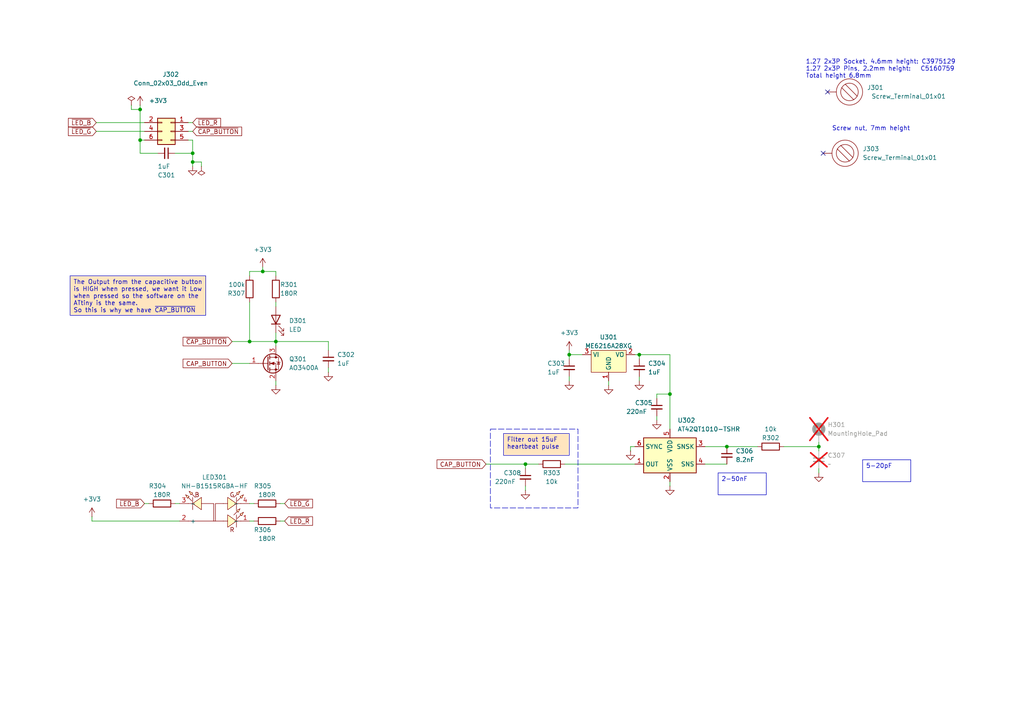
<source format=kicad_sch>
(kicad_sch (version 20231120) (generator "eeschema") (generator_version "8.0")
  (paper "A4")
  (lib_symbols
    (symbol "Connector_Generic:Conn_02x03_Odd_Even" (pin_names (offset 1.016) hide)
      (property "Reference" "J" (at 1.27 5.08 0))
      (property "Value" "Conn_02x03_Odd_Even" (at 1.27 -5.08 0))
      (symbol "Conn_02x03_Odd_Even_1_1"
        (rectangle (start -1.27 -2.413) (end 0 -2.667) (stroke (width 0.1524)))
        (rectangle (start -1.27 0.127) (end 0 -0.127) (stroke (width 0.1524)))
        (rectangle (start -1.27 2.667) (end 0 2.413) (stroke (width 0.1524)))
        (rectangle (start -1.27 3.81) (end 3.81 -3.81) (stroke (width 0.254)) (fill (type background)))
        (rectangle (start 3.81 -2.413) (end 2.54 -2.667) (stroke (width 0.1524)))
        (rectangle (start 3.81 0.127) (end 2.54 -0.127) (stroke (width 0.1524)))
        (rectangle (start 3.81 2.667) (end 2.54 2.413) (stroke (width 0.1524)))
        (pin passive line (at -5.08 2.54 0) (length 3.81) (name "Pin_1") (number "1"))
        (pin passive line (at 7.62 2.54 180) (length 3.81) (name "Pin_2") (number "2"))
        (pin passive line (at -5.08 0 0) (length 3.81) (name "Pin_3") (number "3"))
        (pin passive line (at 7.62 0 180) (length 3.81) (name "Pin_4") (number "4"))
        (pin passive line (at -5.08 -2.54 0) (length 3.81) (name "Pin_5") (number "5"))
        (pin passive line (at 7.62 -2.54 180) (length 3.81) (name "Pin_6") (number "6"))
      )
    )
    (symbol "Device:C_Small" (pin_numbers hide) (pin_names (offset 0.254) hide)
      (property "Reference" "C" (at 0.254 1.778 0))
      (property "Value" "C_Small" (at 0.254 -2.032 0))
      (symbol "C_Small_0_1"
        (polyline (pts (xy -1.524 -0.508) (xy 1.524 -0.508)) (stroke (width 0.3302)))
        (polyline (pts (xy -1.524 0.508) (xy 1.524 0.508)) (stroke (width 0.3048)))
      )
      (symbol "C_Small_1_1"
        (pin passive line (at 0 2.54 270) (length 2.032) (name "~") (number "1"))
        (pin passive line (at 0 -2.54 90) (length 2.032) (name "~") (number "2"))
      )
    )
    (symbol "Device:LED" (pin_numbers hide) (pin_names (offset 1.016) hide)
      (property "Reference" "D" (at 0 2.54 0))
      (property "Value" "LED" (at 0 -2.54 0))
      (symbol "LED_0_1"
        (polyline (pts (xy -1.27 -1.27) (xy -1.27 1.27)) (stroke (width 0.254)))
        (polyline (pts (xy -1.27 0) (xy 1.27 0)))
        (polyline (pts (xy 1.27 -1.27) (xy 1.27 1.27) (xy -1.27 0) (xy 1.27 -1.27)) (stroke (width 0.254)))
        (polyline (pts (xy -3.048 -0.762) (xy -4.572 -2.286) (xy -3.81 -2.286) (xy -4.572 -2.286) (xy -4.572 -1.524)))
        (polyline (pts (xy -1.778 -0.762) (xy -3.302 -2.286) (xy -2.54 -2.286) (xy -3.302 -2.286) (xy -3.302 -1.524)))
      )
      (symbol "LED_1_1"
        (pin passive line (at -3.81 0 0) (length 2.54) (name "K") (number "1"))
        (pin passive line (at 3.81 0 180) (length 2.54) (name "A") (number "2"))
      )
    )
    (symbol "Device:R" (pin_numbers hide) (pin_names (offset 0))
      (property "Reference" "R" (at 2.032 0 90))
      (property "Value" "R" (at 0 0 90))
      (symbol "R_0_1"
        (rectangle (start -1.016 -2.54) (end 1.016 2.54) (stroke (width 0.254)))
      )
      (symbol "R_1_1"
        (pin passive line (at 0 3.81 270) (length 1.27) (name "~") (number "1"))
        (pin passive line (at 0 -3.81 90) (length 1.27) (name "~") (number "2"))
      )
    )
    (symbol "Mechanical:MountingHole_Pad" (pin_numbers hide) (pin_names (offset 1.016) hide) (exclude_from_sim yes) (in_bom no)
      (property "Reference" "H" (at 0 6.35 0))
      (property "Value" "MountingHole_Pad" (at 0 4.445 0))
      (symbol "MountingHole_Pad_0_1"
        (circle (center 0 1.27) (radius 1.27) (stroke (width 1.27)))
      )
      (symbol "MountingHole_Pad_1_1"
        (pin input line (at 0 -2.54 90) (length 2.54) (name "1") (number "1"))
      )
    )
    (symbol "Sensor_Touch:AT42QT1010-TSHR"
      (property "Reference" "U" (at -2.54 8.255 0))
      (property "Value" "AT42QT1010-TSHR" (at -2.54 6.35 0))
      (symbol "AT42QT1010-TSHR_0_1"
        (rectangle (start -7.62 5.08) (end 7.62 -5.08) (stroke (width 0.254)) (fill (type background)))
      )
      (symbol "AT42QT1010-TSHR_1_1"
        (pin output line (at -10.16 -2.54 0) (length 2.54) (name "OUT") (number "1"))
        (pin power_in line (at 0 -7.62 90) (length 2.54) (name "VSS") (number "2"))
        (pin passive line (at 10.16 2.54 180) (length 2.54) (name "SNSK") (number "3"))
        (pin passive line (at 10.16 -2.54 180) (length 2.54) (name "SNS") (number "4"))
        (pin power_in line (at 0 7.62 270) (length 2.54) (name "VDD") (number "5"))
        (pin input line (at -10.16 2.54 0) (length 2.54) (name "SYNC") (number "6"))
      )
    )
    (symbol "Transistor_FET:AO3400A" (pin_names hide)
      (property "Reference" "Q" (at 5.08 1.905 0))
      (property "Value" "AO3400A" (at 5.08 0 0))
      (symbol "AO3400A_0_1"
        (polyline (pts (xy 0.254 0) (xy -2.54 0)))
        (polyline (pts (xy 0.254 1.905) (xy 0.254 -1.905)) (stroke (width 0.254)))
        (polyline (pts (xy 0.762 -1.27) (xy 0.762 -2.286)) (stroke (width 0.254)))
        (polyline (pts (xy 0.762 0.508) (xy 0.762 -0.508)) (stroke (width 0.254)))
        (polyline (pts (xy 0.762 2.286) (xy 0.762 1.27)) (stroke (width 0.254)))
        (polyline (pts (xy 2.54 2.54) (xy 2.54 1.778)))
        (polyline (pts (xy 2.54 -2.54) (xy 2.54 0) (xy 0.762 0)))
        (polyline (pts (xy 0.762 -1.778) (xy 3.302 -1.778) (xy 3.302 1.778) (xy 0.762 1.778)))
        (polyline (pts (xy 1.016 0) (xy 2.032 0.381) (xy 2.032 -0.381) (xy 1.016 0)) (fill (type outline)))
        (polyline (pts (xy 2.794 0.508) (xy 2.921 0.381) (xy 3.683 0.381) (xy 3.81 0.254)))
        (polyline (pts (xy 3.302 0.381) (xy 2.921 -0.254) (xy 3.683 -0.254) (xy 3.302 0.381)))
        (circle (center 1.651 0) (radius 2.794) (stroke (width 0.254)))
        (circle (center 2.54 -1.778) (radius 0.254) (fill (type outline)))
        (circle (center 2.54 1.778) (radius 0.254) (fill (type outline)))
      )
      (symbol "AO3400A_1_1"
        (pin input line (at -5.08 0 0) (length 2.54) (name "G") (number "1"))
        (pin passive line (at 2.54 -5.08 90) (length 2.54) (name "S") (number "2"))
        (pin passive line (at 2.54 5.08 270) (length 2.54) (name "D") (number "3"))
      )
    )
    (symbol "cacophony-library:ME6216A28XG"
      (property "Reference" "U" (at 0 7.62 0))
      (property "Value" "ME6216A28XG" (at 0 5.08 0))
      (symbol "ME6216A28XG_0_1"
        (rectangle (start -5.08 2.54) (end 5.08 -3.81) (fill (type background)))
      )
      (symbol "ME6216A28XG_1_1"
        (pin power_in line (at 0 -6.35 90) (length 2.54) (name "GND") (number "1"))
        (pin power_out line (at 7.62 1.27 180) (length 2.54) (name "VO") (number "2"))
        (pin power_in line (at -7.62 1.27 0) (length 2.54) (name "VI") (number "3"))
      )
    )
    (symbol "cacophony-library:NH-B1515RGBA-HF"
      (property "Reference" "LED" (at 0 7.62 0))
      (property "Value" "NH-B1515RGBA-HF" (at 0 -7.62 0))
      (symbol "NH-B1515RGBA-HF_0_1"
        (polyline (pts (xy -6.35 2.54) (xy -7.62 2.54)))
        (polyline (pts (xy -6.35 4.32) (xy -6.35 0.76)))
        (polyline (pts (xy 2.54 -2.54) (xy -7.62 -2.54)))
        (polyline (pts (xy 2.54 -2.54) (xy 3.81 -2.54)))
        (polyline (pts (xy 2.54 2.54) (xy 3.81 2.54)))
        (polyline (pts (xy 6.35 -2.54) (xy 7.62 -2.54)))
        (polyline (pts (xy 6.35 -0.76) (xy 6.35 -4.32)))
        (polyline (pts (xy 6.35 2.54) (xy 7.62 2.54)))
        (polyline (pts (xy 6.35 4.32) (xy 6.35 0.76)))
        (polyline (pts (xy -6.6 3.3) (xy -7.62 4.32) (xy -6.6 3.3)) (fill (type background)))
        (polyline (pts (xy -5.59 4.32) (xy -6.6 5.33) (xy -5.59 4.32)) (fill (type background)))
        (polyline (pts (xy -0.25 -2.54) (xy -0.25 2.54) (xy -3.81 2.54)))
        (polyline (pts (xy 0.25 -2.54) (xy 0.25 2.54) (xy 2.54 2.54)))
        (polyline (pts (xy 5.59 -0.76) (xy 6.6 0.25) (xy 5.59 -0.76)) (fill (type background)))
        (polyline (pts (xy 5.59 4.32) (xy 6.6 5.33) (xy 5.59 4.32)) (fill (type background)))
        (polyline (pts (xy 6.6 -1.78) (xy 7.62 -0.76) (xy 6.6 -1.78)) (fill (type background)))
        (polyline (pts (xy 6.6 3.3) (xy 7.62 4.32) (xy 6.6 3.3)) (fill (type background)))
        (polyline (pts (xy -8.38 5.08) (xy -7.37 4.57) (xy -7.87 4.06) (xy -8.38 5.08)) (fill (type background)))
        (polyline (pts (xy -7.37 6.1) (xy -6.35 5.59) (xy -6.86 5.08) (xy -7.37 6.1)) (fill (type background)))
        (polyline (pts (xy -3.81 4.32) (xy -6.35 2.54) (xy -3.81 0.76) (xy -3.81 4.32)) (fill (type background)))
        (polyline (pts (xy 3.81 -0.76) (xy 6.35 -2.54) (xy 3.81 -4.32) (xy 3.81 -0.76)) (fill (type background)))
        (polyline (pts (xy 3.81 4.32) (xy 6.35 2.54) (xy 3.81 0.76) (xy 3.81 4.32)) (fill (type background)))
        (polyline (pts (xy 7.37 1.02) (xy 6.35 0.51) (xy 6.86 0) (xy 7.37 1.02)) (fill (type background)))
        (polyline (pts (xy 7.37 6.1) (xy 6.35 5.59) (xy 6.86 5.08) (xy 7.37 6.1)) (fill (type background)))
        (polyline (pts (xy 8.38 0) (xy 7.37 -0.51) (xy 7.87 -1.02) (xy 8.38 0)) (fill (type background)))
        (polyline (pts (xy 8.38 5.08) (xy 7.37 4.57) (xy 7.87 4.06) (xy 8.38 5.08)) (fill (type background)))
        (pin unspecified line (at 10.16 -2.54 180) (length 2.54) (name "-") (number "1"))
        (pin unspecified line (at -10.16 -2.54 0) (length 2.54) (name "+") (number "2"))
        (pin unspecified line (at -10.16 2.54 0) (length 2.54) (name "-") (number "3"))
        (pin unspecified line (at 10.16 2.54 180) (length 2.54) (name "-") (number "4"))
      )
      (symbol "NH-B1515RGBA-HF_1_1"
        (text "B" (at -5.08 5.08 0) (effects (font (size 1.27 1.27))))
        (text "G" (at 5.08 5.08 0) (effects (font (size 1.27 1.27))))
        (text "R" (at 5.08 -5.08 0) (effects (font (size 1.27 1.27))))
      )
    )
    (symbol "cacophony-library:SMD_NUT" (pin_numbers hide) (pin_names hide)
      (property "Reference" "U" (at 0 0 0))
      (symbol "SMD_NUT_0_1"
        (polyline (pts (xy -2.286 1.27) (xy 1.27 -2.286)))
        (polyline (pts (xy 2.286 -1.27) (xy -1.27 2.286)))
        (circle (center 0 0) (radius 2.54))
        (circle (center 0 0) (radius 3.81))
      )
      (symbol "SMD_NUT_1_1"
        (pin passive line (at -6.35 0 0) (length 2.54) (name "") (number "1"))
      )
    )
    (symbol "power:+3V3" (power) (pin_numbers hide) (pin_names (offset 0) hide)
      (property "Value" "+3V3" (at 0 3.556 0))
      (symbol "+3V3_0_1"
        (polyline (pts (xy -0.762 1.27) (xy 0 2.54)))
        (polyline (pts (xy 0 0) (xy 0 2.54)))
        (polyline (pts (xy 0 2.54) (xy 0.762 1.27)))
      )
      (symbol "+3V3_1_1"
        (pin power_in line (at 0 0 90) (length 0) (name "~") (number "1"))
      )
    )
    (symbol "power:GND" (power) (pin_numbers hide) (pin_names (offset 0) hide)
      (property "Value" "GND" (at 0 -3.81 0))
      (symbol "GND_0_1"
        (polyline (pts (xy 0 0) (xy 0 -1.27) (xy 1.27 -1.27) (xy 0 -2.54) (xy -1.27 -1.27) (xy 0 -1.27)))
      )
      (symbol "GND_1_1"
        (pin power_in line (at 0 0 270) (length 0) (name "~") (number "1"))
      )
    )
    (symbol "power:PWR_FLAG" (power) (pin_numbers hide) (pin_names (offset 0) hide)
      (property "Value" "PWR_FLAG" (at 0 3.81 0))
      (symbol "PWR_FLAG_0_0"
        (pin power_out line (at 0 0 90) (length 0) (name "~") (number "1"))
      )
      (symbol "PWR_FLAG_0_1"
        (polyline (pts (xy 0 0) (xy 0 1.27) (xy -1.016 1.905) (xy 0 2.54) (xy 1.016 1.905) (xy 0 1.27)))
      )
    )
  )
  (junction (at 194.31 114.3))
  (junction (at 55.88 46.99))
  (junction (at 55.88 44.45))
  (junction (at 165.1 102.87))
  (junction (at 72.39 99.06))
  (junction (at 40.64 40.64))
  (junction (at 76.2 78.74))
  (junction (at 40.64 31.75))
  (junction (at 80.01 99.06))
  (junction (at 210.82 129.54))
  (junction (at 152.4 134.62))
  (junction (at 185.42 102.87))
  (junction (at 237.49 129.54))
  (no_connect (at 240.03 26.67))
  (no_connect (at 238.76 44.45))
  (wire (pts (xy 165.1 109.22) (xy 165.1 110.49)))
  (wire (pts (xy 38.1 31.75) (xy 40.64 31.75)))
  (wire (pts (xy 152.4 134.62) (xy 152.4 135.89)))
  (wire (pts (xy 184.15 102.87) (xy 185.42 102.87)))
  (wire (pts (xy 237.49 135.89) (xy 237.49 137.16)))
  (wire (pts (xy 237.49 129.54) (xy 237.49 128.27)))
  (wire (pts (xy 185.42 109.22) (xy 185.42 110.49)))
  (wire (pts (xy 55.88 44.45) (xy 55.88 46.99)))
  (wire (pts (xy 41.91 146.05) (xy 43.18 146.05)))
  (wire (pts (xy 26.67 151.13) (xy 52.07 151.13)))
  (wire (pts (xy 40.64 44.45) (xy 40.64 40.64)))
  (wire (pts (xy 40.64 31.75) (xy 40.64 40.64)))
  (wire (pts (xy 156.21 134.62) (xy 152.4 134.62)))
  (wire (pts (xy 210.82 129.54) (xy 219.71 129.54)))
  (wire (pts (xy 67.31 99.06) (xy 72.39 99.06)))
  (wire (pts (xy 27.94 38.1) (xy 41.91 38.1)))
  (wire (pts (xy 81.28 146.05) (xy 82.55 146.05)))
  (wire (pts (xy 72.39 87.63) (xy 72.39 99.06)))
  (wire (pts (xy 45.72 44.45) (xy 40.64 44.45)))
  (wire (pts (xy 26.67 149.86) (xy 26.67 151.13)))
  (wire (pts (xy 190.5 115.57) (xy 190.5 114.3)))
  (wire (pts (xy 80.01 96.52) (xy 80.01 99.06)))
  (wire (pts (xy 58.42 48.26) (xy 58.42 46.99)))
  (wire (pts (xy 95.25 99.06) (xy 80.01 99.06)))
  (wire (pts (xy 72.39 80.01) (xy 72.39 78.74)))
  (wire (pts (xy 140.97 134.62) (xy 152.4 134.62)))
  (wire (pts (xy 81.28 151.13) (xy 82.55 151.13)))
  (wire (pts (xy 194.31 102.87) (xy 194.31 114.3)))
  (wire (pts (xy 54.61 35.56) (xy 55.88 35.56)))
  (wire (pts (xy 80.01 87.63) (xy 80.01 88.9)))
  (wire (pts (xy 184.15 129.54) (xy 182.88 129.54)))
  (wire (pts (xy 76.2 77.47) (xy 76.2 78.74)))
  (wire (pts (xy 80.01 78.74) (xy 80.01 80.01)))
  (wire (pts (xy 80.01 110.49) (xy 80.01 111.76)))
  (wire (pts (xy 194.31 139.7) (xy 194.31 140.97)))
  (wire (pts (xy 54.61 38.1) (xy 55.88 38.1)))
  (wire (pts (xy 40.64 30.48) (xy 40.64 31.75)))
  (wire (pts (xy 163.83 134.62) (xy 184.15 134.62)))
  (wire (pts (xy 190.5 114.3) (xy 194.31 114.3)))
  (wire (pts (xy 76.2 78.74) (xy 80.01 78.74)))
  (wire (pts (xy 95.25 106.68) (xy 95.25 107.95)))
  (wire (pts (xy 204.47 134.62) (xy 210.82 134.62)))
  (wire (pts (xy 152.4 140.97) (xy 152.4 142.24)))
  (wire (pts (xy 72.39 78.74) (xy 76.2 78.74)))
  (wire (pts (xy 27.94 35.56) (xy 41.91 35.56)))
  (wire (pts (xy 176.53 110.49) (xy 176.53 111.76)))
  (wire (pts (xy 72.39 99.06) (xy 80.01 99.06)))
  (wire (pts (xy 67.31 105.41) (xy 72.39 105.41)))
  (wire (pts (xy 72.39 151.13) (xy 73.66 151.13)))
  (wire (pts (xy 165.1 102.87) (xy 165.1 104.14)))
  (wire (pts (xy 227.33 129.54) (xy 237.49 129.54)))
  (wire (pts (xy 55.88 40.64) (xy 55.88 44.45)))
  (wire (pts (xy 50.8 44.45) (xy 55.88 44.45)))
  (wire (pts (xy 237.49 129.54) (xy 237.49 130.81)))
  (wire (pts (xy 185.42 102.87) (xy 194.31 102.87)))
  (wire (pts (xy 38.1 30.48) (xy 38.1 31.75)))
  (wire (pts (xy 55.88 46.99) (xy 58.42 46.99)))
  (wire (pts (xy 165.1 102.87) (xy 168.91 102.87)))
  (wire (pts (xy 54.61 40.64) (xy 55.88 40.64)))
  (wire (pts (xy 165.1 101.6) (xy 165.1 102.87)))
  (wire (pts (xy 80.01 99.06) (xy 80.01 100.33)))
  (wire (pts (xy 72.39 146.05) (xy 73.66 146.05)))
  (wire (pts (xy 190.5 120.65) (xy 190.5 121.92)))
  (wire (pts (xy 95.25 101.6) (xy 95.25 99.06)))
  (wire (pts (xy 40.64 40.64) (xy 41.91 40.64)))
  (wire (pts (xy 55.88 46.99) (xy 55.88 48.26)))
  (wire (pts (xy 50.8 146.05) (xy 52.07 146.05)))
  (wire (pts (xy 185.42 102.87) (xy 185.42 104.14)))
  (wire (pts (xy 194.31 114.3) (xy 194.31 124.46)))
  (wire (pts (xy 204.47 129.54) (xy 210.82 129.54)))
  (wire (pts (xy 182.88 129.54) (xy 182.88 130.81)))
  (rectangle (start 142.24 124.46) (end 167.64 147.32) (stroke (width 0) (type dash)))
  (text_box "5-20pF" (at 250.19 133.35 0) (size 13.97 6.35) (effects (font (size 1.27 1.27)) (justify left top)))
  (text_box "Filter out 15uF heartbeat pulse" (at 146.05 125.73 0) (size 19.05 6.35) (fill (type color) (color 255 229 191 1)) (effects (font (size 1.27 1.27)) (justify left top)))
  (text_box "2-50nF\n" (at 208.28 137.16 0) (size 13.97 6.35) (effects (font (size 1.27 1.27)) (justify left top)))
  (text_box "The Output from the capacitive button is HIGH when pressed, we want it Low when pressed so the software on the ATtiny is the same.\nSo this is why we have ~{CAP_BUTTON}" (at 20.32 80.01 0) (size 39.37 11.43) (fill (type color) (color 255 229 191 1)) (effects (font (size 1.27 1.27)) (justify left top)))
  (text "1.27 2x3P Socket, 4.6mm height: C3975129\n1.27 2x3P Pins, 2.2mm height:   C5160759\nTotal height 6.8mm" (at 233.68 22.86 0) (effects (font (size 1.27 1.27)) (justify left bottom)))
  (text "Screw nut, 7mm height" (at 241.3 38.1 0) (effects (font (size 1.27 1.27)) (justify left bottom)))
  (global_label "CAP_BUTTON" (shape input) (at 140.97 134.62 180) (property "Intersheetrefs" "${INTERSHEET_REFS}" (effects (hide yes))))
  (global_label "CAP_BUTTON" (shape input) (at 67.31 105.41 180) (property "Intersheetrefs" "${INTERSHEET_REFS}" (effects (hide yes))))
  (global_label "~{CAP_BUTTON}" (shape input) (at 55.88 38.1 0) (property "Intersheetrefs" "${INTERSHEET_REFS}" (effects (hide yes))))
  (global_label "~{CAP_BUTTON}" (shape input) (at 67.31 99.06 180) (property "Intersheetrefs" "${INTERSHEET_REFS}" (effects (hide yes))))
  (global_label "~{LED_B}" (shape input) (at 41.91 146.05 180) (property "Intersheetrefs" "${INTERSHEET_REFS}" (effects (hide yes))))
  (global_label "~{LED_R}" (shape input) (at 55.88 35.56 0) (property "Intersheetrefs" "${INTERSHEET_REFS}" (effects (hide yes))))
  (global_label "~{LED_G}" (shape input) (at 82.55 146.05 0) (property "Intersheetrefs" "${INTERSHEET_REFS}" (effects (hide yes))))
  (global_label "~{LED_R}" (shape input) (at 82.55 151.13 0) (property "Intersheetrefs" "${INTERSHEET_REFS}" (effects (hide yes))))
  (global_label "~{LED_B}" (shape input) (at 27.94 35.56 180) (property "Intersheetrefs" "${INTERSHEET_REFS}" (effects (hide yes))))
  (global_label "~{LED_G}" (shape input) (at 27.94 38.1 180) (property "Intersheetrefs" "${INTERSHEET_REFS}" (effects (hide yes))))
  (symbol (lib_id "power:GND") (at 194.31 140.97 0) (unit 1)
    (property "Reference" "#PWR0314" (effects (hide yes)))
    (property "Value" "GND" (effects (hide yes)))
    (property "Description" "Power symbol creates a global label with name \"GND\" , ground" (effects (hide yes)))
  )
  (symbol (lib_id "power:+3V3") (at 76.2 77.47 0) (unit 1)
    (property "Reference" "#PWR0304" (effects (hide yes)))
    (property "Value" "+3V3" (at 76.2 72.39 0))
    (property "Description" "Power symbol creates a global label with name \"+3V3\"" (effects (hide yes)))
  )
  (symbol (lib_id "power:PWR_FLAG") (at 58.42 48.26 180) (unit 1)
    (property "Reference" "#FLG0301" (effects (hide yes)))
    (property "Value" "PWR_FLAG" (effects (hide yes)))
    (property "Description" "Special symbol for telling ERC where power comes from" (effects (hide yes)))
  )
  (symbol (lib_id "Device:C_Small") (at 190.5 118.11 0) (unit 1)
    (property "Reference" "C305" (at 184.15 116.84 0) (effects (justify left)))
    (property "Value" "220nF" (at 181.61 119.38 0) (effects (justify left)))
    (property "Footprint" "Capacitor_SMD:C_0402_1005Metric" (effects (hide yes)))
    (property "LCSC" "C16772" (effects (hide yes)))
  )
  (symbol (lib_id "Device:C_Small") (at 165.1 106.68 0) (unit 1)
    (property "Reference" "C303" (at 158.75 105.41 0) (effects (justify left)))
    (property "Value" "1uF" (at 158.75 107.95 0) (effects (justify left)))
    (property "Footprint" "Capacitor_SMD:C_0402_1005Metric" (effects (hide yes)))
    (property "Description" "Unpolarized capacitor, small symbol" (effects (hide yes)))
    (property "LCSC" "C52923" (effects (hide yes)))
  )
  (symbol (lib_id "power:GND") (at 182.88 130.81 0) (unit 1)
    (property "Reference" "#PWR0312" (effects (hide yes)))
    (property "Value" "GND" (effects (hide yes)))
    (property "Description" "Power symbol creates a global label with name \"GND\" , ground" (effects (hide yes)))
  )
  (symbol (lib_id "power:+3V3") (at 40.64 30.48 0) (unit 1)
    (property "Reference" "#PWR0301" (effects (hide yes)))
    (property "Value" "+3V3" (at 43.18 29.2099 0) (effects (justify left)))
    (property "Description" "Power symbol creates a global label with name \"+3V3\"" (effects (hide yes)))
  )
  (symbol (lib_id "Transistor_FET:AO3400A") (at 77.47 105.41 0) (unit 1)
    (property "Reference" "Q301" (at 83.82 104.14 0) (effects (justify left)))
    (property "Value" "AO3400A" (at 83.82 106.68 0) (effects (justify left)))
    (property "Footprint" "Package_TO_SOT_SMD:SOT-23" (effects (hide yes)))
    (property "Datasheet" "http://www.aosmd.com/pdfs/datasheet/AO3400A.pdf" (effects (hide yes)))
    (property "Description" "30V Vds, 5.7A Id, N-Channel MOSFET, SOT-23" (effects (hide yes)))
    (property "LCSC" "C20917" (effects (hide yes)))
  )
  (symbol (lib_id "Device:C_Small") (at 210.82 132.08 0) (unit 1)
    (property "Reference" "C306" (at 213.36 130.8162 0) (effects (justify left)))
    (property "Value" "8.2nF" (at 213.36 133.3562 0) (effects (justify left)))
    (property "Footprint" "Capacitor_SMD:C_0402_1005Metric" (effects (hide yes)))
    (property "Description" "Unpolarized capacitor, small symbol" (effects (hide yes)))
    (property "LCSC" "C309459" (effects (hide yes)))
  )
  (symbol (lib_id "Device:R") (at 72.39 83.82 180) (unit 1)
    (property "Reference" "R307" (at 71.12 85.09 0) (effects (justify left)))
    (property "Value" "100k" (at 71.12 82.55 0) (effects (justify left)))
    (property "Footprint" "Resistor_SMD:R_0402_1005Metric" (effects (hide yes)))
    (property "LCSC" "C25741" (effects (hide yes)))
  )
  (symbol (lib_id "Mechanical:MountingHole_Pad") (at 237.49 125.73 0) (unit 1) (exclude_from_sim yes) (in_bom no) (dnp yes)
    (property "Reference" "H301" (at 240.03 123.1899 0) (effects (justify left)))
    (property "Value" "MountingHole_Pad" (at 240.03 125.7299 0) (effects (justify left)))
    (property "Footprint" "cacophony-library:Touch_Pad" (effects (hide yes)))
    (property "Description" "Mounting Hole with connection" (effects (hide yes)))
  )
  (symbol (lib_id "Device:C_Small") (at 95.25 104.14 0) (unit 1)
    (property "Reference" "C302" (at 97.79 102.87 0) (effects (justify left)))
    (property "Value" "1uF" (at 97.79 105.41 0) (effects (justify left)))
    (property "Footprint" "Capacitor_SMD:C_0402_1005Metric" (effects (hide yes)))
    (property "Description" "Unpolarized capacitor, small symbol" (effects (hide yes)))
    (property "LCSC" "C52923" (effects (hide yes)))
  )
  (symbol (lib_id "power:GND") (at 190.5 121.92 0) (unit 1)
    (property "Reference" "#PWR0311" (effects (hide yes)))
    (property "Value" "GND" (effects (hide yes)))
    (property "Description" "Power symbol creates a global label with name \"GND\" , ground" (effects (hide yes)))
  )
  (symbol (lib_id "Device:LED") (at 80.01 92.71 90) (unit 1)
    (property "Reference" "D301" (at 83.82 93.0274 90) (effects (justify right)))
    (property "Value" "LED" (at 83.82 95.5674 90) (effects (justify right)))
    (property "Footprint" "cacophony-library:QBLP655R-IW-2897" (effects (hide yes)))
    (property "Description" "Light emitting diode" (effects (hide yes)))
    (property "MPN" "QBLP655R-IW-2897" (effects (hide yes)))
    (property "LCSC" "C6150270" (effects (hide yes)))
  )
  (symbol (lib_id "Device:C_Small") (at 237.49 133.35 0) (unit 1) (in_bom no) (dnp yes)
    (property "Reference" "C307" (at 240.03 132.0862 0) (effects (justify left)))
    (property "Value" "~" (at 240.03 134.6262 0) (effects (justify left)))
    (property "Footprint" "Capacitor_SMD:C_0402_1005Metric" (effects (hide yes)))
    (property "Description" "Unpolarized capacitor, small symbol" (effects (hide yes)))
  )
  (symbol (lib_id "cacophony-library:SMD_NUT") (at 245.11 44.45 0) (unit 1)
    (property "Reference" "J303" (at 250.19 43.18 0) (effects (justify left)))
    (property "Value" "Screw_Terminal_01x01" (at 250.19 45.72 0) (effects (justify left)))
    (property "Footprint" "cacophony-library:SMTWE2070MTJ" (effects (hide yes)))
    (property "LCSC" "C2928186" (effects (hide yes)))
  )
  (symbol (lib_id "power:GND") (at 165.1 110.49 0) (unit 1)
    (property "Reference" "#PWR0308" (effects (hide yes)))
    (property "Value" "GND" (effects (hide yes)))
    (property "Description" "Power symbol creates a global label with name \"GND\" , ground" (effects (hide yes)))
  )
  (symbol (lib_id "Device:R") (at 46.99 146.05 90) (unit 1)
    (property "Reference" "R304" (at 48.26 140.97 90) (effects (justify left)))
    (property "Value" "180R" (at 49.53 143.51 90) (effects (justify left)))
    (property "Footprint" "Resistor_SMD:R_0402_1005Metric" (effects (hide yes)))
    (property "LCSC" "C38941" (effects (hide yes)))
  )
  (symbol (lib_id "cacophony-library:NH-B1515RGBA-HF") (at 62.23 148.59 0) (unit 1)
    (property "Reference" "LED301" (at 62.23 138.43 0))
    (property "Value" "NH-B1515RGBA-HF" (at 62.23 140.97 0))
    (property "Footprint" "cacophony-library:QBLP655R-RGB" (effects (hide yes)))
    (property "Manufacturer" "国星光电" (effects (hide yes)))
    (property "JLC Part" "Extended Part" (effects (hide yes)))
    (property "LCSC" "C5341718" (effects (hide yes)))
  )
  (symbol (lib_id "power:GND") (at 237.49 137.16 0) (unit 1)
    (property "Reference" "#PWR0313" (effects (hide yes)))
    (property "Value" "GND" (effects (hide yes)))
    (property "Description" "Power symbol creates a global label with name \"GND\" , ground" (effects (hide yes)))
  )
  (symbol (lib_id "Device:R") (at 77.47 146.05 90) (unit 1)
    (property "Reference" "R305" (at 78.74 140.97 90) (effects (justify left)))
    (property "Value" "180R" (at 80.01 143.51 90) (effects (justify left)))
    (property "Footprint" "Resistor_SMD:R_0402_1005Metric" (effects (hide yes)))
    (property "LCSC" "C38941" (effects (hide yes)))
  )
  (symbol (lib_id "power:GND") (at 55.88 48.26 0) (unit 1)
    (property "Reference" "#PWR0303" (effects (hide yes)))
    (property "Value" "GND" (effects (hide yes)))
    (property "Description" "Power symbol creates a global label with name \"GND\" , ground" (effects (hide yes)))
  )
  (symbol (lib_id "Sensor_Touch:AT42QT1010-TSHR") (at 194.31 132.08 0) (unit 1)
    (property "Reference" "U302" (at 196.5041 121.92 0) (effects (justify left)))
    (property "Value" "AT42QT1010-TSHR" (at 196.5041 124.46 0) (effects (justify left)))
    (property "Footprint" "Package_TO_SOT_SMD:SOT-23-6" (effects (hide yes)))
    (property "Datasheet" "http://ww1.microchip.com/downloads/en/DeviceDoc/40001946A.pdf" (effects (hide yes)))
    (property "Description" "Single-key Touch Sensor, SOT-23-6" (effects (hide yes)))
    (property "LCSC" "C74512" (effects (hide yes)))
  )
  (symbol (lib_id "power:+3V3") (at 165.1 101.6 0) (unit 1)
    (property "Reference" "#PWR0305" (effects (hide yes)))
    (property "Value" "+3V3" (at 165.1 96.52 0))
    (property "Description" "Power symbol creates a global label with name \"+3V3\"" (effects (hide yes)))
  )
  (symbol (lib_id "Device:R") (at 223.52 129.54 90) (unit 1)
    (property "Reference" "R302" (at 223.52 127 90))
    (property "Value" "10k" (at 223.52 124.46 90))
    (property "Footprint" "Resistor_SMD:R_0402_1005Metric" (effects (hide yes)))
    (property "LCSC" "C25744" (effects (hide yes)))
  )
  (symbol (lib_id "power:PWR_FLAG") (at 38.1 30.48 0) (unit 1)
    (property "Reference" "#FLG0302" (effects (hide yes)))
    (property "Value" "PWR_FLAG" (effects (hide yes)))
    (property "Description" "Special symbol for telling ERC where power comes from" (effects (hide yes)))
  )
  (symbol (lib_id "Device:R") (at 77.47 151.13 90) (unit 1)
    (property "Reference" "R306" (at 78.74 153.67 90) (effects (justify left)))
    (property "Value" "180R" (at 80.01 156.21 90) (effects (justify left)))
    (property "Footprint" "Resistor_SMD:R_0402_1005Metric" (effects (hide yes)))
    (property "LCSC" "C38941" (effects (hide yes)))
  )
  (symbol (lib_id "power:GND") (at 176.53 111.76 0) (unit 1)
    (property "Reference" "#PWR0310" (effects (hide yes)))
    (property "Value" "GND" (effects (hide yes)))
    (property "Description" "Power symbol creates a global label with name \"GND\" , ground" (effects (hide yes)))
  )
  (symbol (lib_id "Device:C_Small") (at 185.42 106.68 0) (unit 1)
    (property "Reference" "C304" (at 187.96 105.41 0) (effects (justify left)))
    (property "Value" "1uF" (at 187.96 107.95 0) (effects (justify left)))
    (property "Footprint" "Capacitor_SMD:C_0402_1005Metric" (effects (hide yes)))
    (property "Description" "Unpolarized capacitor, small symbol" (effects (hide yes)))
    (property "LCSC" "C52923" (effects (hide yes)))
  )
  (symbol (lib_id "power:GND") (at 80.01 111.76 0) (unit 1)
    (property "Reference" "#PWR0307" (effects (hide yes)))
    (property "Value" "GND" (effects (hide yes)))
    (property "Description" "Power symbol creates a global label with name \"GND\" , ground" (effects (hide yes)))
  )
  (symbol (lib_id "cacophony-library:ME6216A28XG") (at 176.53 104.14 0) (unit 1)
    (property "Reference" "U301" (at 176.53 97.79 0))
    (property "Value" "ME6216A28XG" (at 176.53 100.33 0))
    (property "Footprint" "Package_TO_SOT_SMD:TSOT-23" (effects (hide yes)))
    (property "Datasheet" "https://datasheet.lcsc.com/lcsc/1912111437_MICRONE-Nanjing-Micro-One-Elec-ME6216A28XG_C427601.pdf" (effects (hide yes)))
    (property "LCSC" "C427601" (effects (hide yes)))
  )
  (symbol (lib_id "power:+3V3") (at 26.67 149.86 0) (unit 1)
    (property "Reference" "#PWR0316" (effects (hide yes)))
    (property "Value" "+3V3" (at 26.67 144.78 0))
    (property "Description" "Power symbol creates a global label with name \"+3V3\"" (effects (hide yes)))
  )
  (symbol (lib_id "Device:R") (at 160.02 134.62 90) (unit 1)
    (property "Reference" "R303" (at 160.02 137.16 90))
    (property "Value" "10k" (at 160.02 139.7 90))
    (property "Footprint" "Resistor_SMD:R_0402_1005Metric" (effects (hide yes)))
    (property "LCSC" "C25744" (effects (hide yes)))
  )
  (symbol (lib_id "power:GND") (at 152.4 142.24 0) (unit 1)
    (property "Reference" "#PWR0315" (effects (hide yes)))
    (property "Value" "GND" (effects (hide yes)))
    (property "Description" "Power symbol creates a global label with name \"GND\" , ground" (effects (hide yes)))
  )
  (symbol (lib_id "cacophony-library:SMD_NUT") (at 246.38 26.67 0) (unit 1)
    (property "Reference" "J301" (at 251.46 25.4 0) (effects (justify left)))
    (property "Value" "Screw_Terminal_01x01" (at 252.73 27.94 0) (effects (justify left)))
    (property "Footprint" "cacophony-library:SMTWE2070MTJ" (effects (hide yes)))
    (property "Description" "Generic screw terminal, single row, 01x01, script generated (kicad-library-utils/schlib/autogen/connector/)" (effects (hide yes)))
    (property "LCSC" "C2928186" (effects (hide yes)))
  )
  (symbol (lib_id "Connector_Generic:Conn_02x03_Odd_Even") (at 49.53 38.1 0) (mirror y) (unit 1)
    (property "Reference" "J302" (at 49.53 21.59 0))
    (property "Value" "Conn_02x03_Odd_Even" (at 49.53 24.13 0))
    (property "Footprint" "Connector_PinHeader_1.27mm:PinHeader_2x03_P1.27mm_Vertical_SMD" (effects (hide yes)))
    (property "LCSC" "C5160759" (effects (hide yes)))
  )
  (symbol (lib_id "Device:C_Small") (at 48.26 44.45 270) (unit 1)
    (property "Reference" "C301" (at 45.72 50.8 90) (effects (justify left)))
    (property "Value" "1uF" (at 45.72 48.26 90) (effects (justify left)))
    (property "Footprint" "Capacitor_SMD:C_0402_1005Metric" (effects (hide yes)))
    (property "Description" "Unpolarized capacitor, small symbol" (effects (hide yes)))
    (property "LCSC" "C52923" (effects (hide yes)))
  )
  (symbol (lib_id "Device:C_Small") (at 152.4 138.43 0) (unit 1)
    (property "Reference" "C308" (at 146.05 137.16 0) (effects (justify left)))
    (property "Value" "220nF" (at 143.51 139.7 0) (effects (justify left)))
    (property "Footprint" "Capacitor_SMD:C_0402_1005Metric" (effects (hide yes)))
    (property "LCSC" "C16772" (effects (hide yes)))
  )
  (symbol (lib_id "Device:R") (at 80.01 83.82 180) (unit 1)
    (property "Reference" "R301" (at 86.36 82.55 0) (effects (justify left)))
    (property "Value" "180R" (at 86.36 85.09 0) (effects (justify left)))
    (property "Footprint" "Resistor_SMD:R_0402_1005Metric" (effects (hide yes)))
    (property "LCSC" "C38941" (effects (hide yes)))
  )
  (symbol (lib_id "power:GND") (at 185.42 110.49 0) (unit 1)
    (property "Reference" "#PWR0309" (effects (hide yes)))
    (property "Value" "GND" (effects (hide yes)))
    (property "Description" "Power symbol creates a global label with name \"GND\" , ground" (effects (hide yes)))
  )
  (symbol (lib_id "power:GND") (at 95.25 107.95 0) (unit 1)
    (property "Reference" "#PWR0306" (effects (hide yes)))
    (property "Value" "GND" (effects (hide yes)))
    (property "Description" "Power symbol creates a global label with name \"GND\" , ground" (effects (hide yes)))
  )
)
</source>
